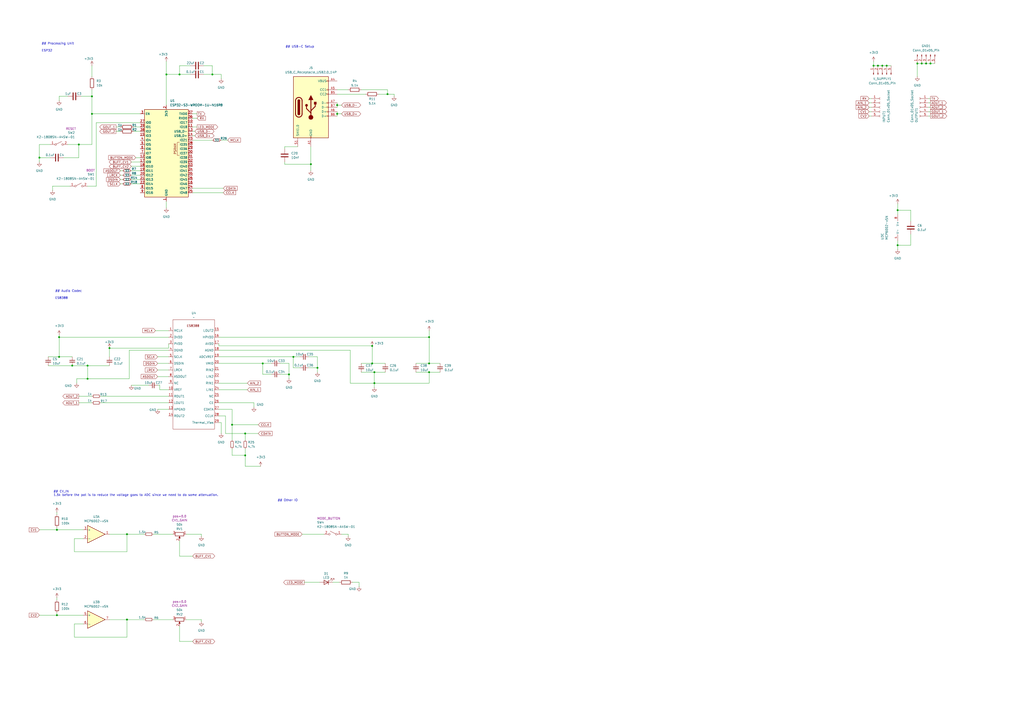
<source format=kicad_sch>
(kicad_sch (version 20250114) (generator "eeschema") (generator_version "9.0")
  (paper "A2")
  (text "## Audio Codec\n\nES8388 " (at 32.004 170.942 0) (effects (font (size 1.27 1.27)) (justify left)))
  (text "## CV_IN\n1.5k before the pot is to reduce the voltage goes to ADC since we need to do some attenuation." (at 30.988 286.258 0) (effects (font (size 1.27 1.27)) (justify left)))
  (text "## Other IO\n" (at 161.036 290.322 0) (effects (font (size 1.27 1.27)) (justify left)))
  (text "## USB-C Setup" (at 165.608 27.178 0) (effects (font (size 1.27 1.27)) (justify left)))
  (text "## Processing Unit\n\nESP32" (at 24.13 27.432 0) (effects (font (size 1.27 1.27)) (justify left)))
  (junction (at 509.27 38.1))
  (junction (at 217.17 222.25))
  (junction (at 104.14 43.18))
  (junction (at 41.91 212.09))
  (junction (at 534.67 36.83))
  (junction (at 123.19 43.18))
  (junction (at 73.66 359.41))
  (junction (at 134.62 246.38))
  (junction (at 506.73 38.1))
  (junction (at 514.35 38.1))
  (junction (at 152.4 210.82))
  (junction (at 34.29 207.01))
  (junction (at 34.29 195.58))
  (junction (at 520.7 121.92))
  (junction (at 53.34 55.88))
  (junction (at 539.75 36.83))
  (junction (at 33.02 356.87))
  (junction (at 63.5 201.93))
  (junction (at 170.18 207.01))
  (junction (at 142.24 251.46))
  (junction (at 53.34 66.04))
  (junction (at 248.92 210.82))
  (junction (at 33.02 307.34))
  (junction (at 215.9 210.82))
  (junction (at 224.79 54.61))
  (junction (at 217.17 215.9))
  (junction (at 537.21 36.83))
  (junction (at 22.86 91.44))
  (junction (at 180.34 95.25))
  (junction (at 50.8 219.71))
  (junction (at 50.8 212.09))
  (junction (at 96.52 43.18))
  (junction (at 248.92 215.9))
  (junction (at 184.15 213.36))
  (junction (at 45.72 83.82))
  (junction (at 142.24 264.16))
  (junction (at 73.66 309.88))
  (junction (at 511.81 38.1))
  (junction (at 167.64 217.17))
  (junction (at 195.58 66.04))
  (junction (at 520.7 142.24))
  (junction (at 248.92 195.58))
  (junction (at 195.58 60.96))
  (junction (at 532.13 36.83))
  (junction (at 215.9 200.66))
  (wire (pts (xy 104.14 38.1) (xy 104.14 43.18)))
  (wire (pts (xy 40.64 107.95) (xy 30.48 107.95)))
  (wire (pts (xy 67.31 76.2) (xy 69.85 76.2)))
  (wire (pts (xy 104.14 363.22) (xy 104.14 372.11)))
  (wire (pts (xy 78.74 91.44) (xy 81.28 91.44)))
  (wire (pts (xy 34.29 207.01) (xy 41.91 207.01)))
  (wire (pts (xy 50.8 212.09) (xy 50.8 219.71)))
  (wire (pts (xy 152.4 217.17) (xy 152.4 210.82)))
  (wire (pts (xy 152.4 210.82) (xy 127 210.82)))
  (wire (pts (xy 76.2 104.14) (xy 81.28 104.14)))
  (wire (pts (xy 111.76 66.04) (xy 114.3 66.04)))
  (wire (pts (xy 45.72 233.68) (xy 53.34 233.68)))
  (wire (pts (xy 22.86 91.44) (xy 22.86 93.98)))
  (wire (pts (xy 34.29 195.58) (xy 34.29 207.01)))
  (wire (pts (xy 142.24 264.16) (xy 142.24 270.51)))
  (wire (pts (xy 184.15 213.36) (xy 184.15 215.9)))
  (wire (pts (xy 67.31 73.66) (xy 69.85 73.66)))
  (wire (pts (xy 55.88 107.95) (xy 50.8 107.95)))
  (wire (pts (xy 114.3 73.66) (xy 111.76 73.66)))
  (wire (pts (xy 73.66 359.41) (xy 83.82 359.41)))
  (wire (pts (xy 123.19 43.18) (xy 128.27 43.18)))
  (wire (pts (xy 107.95 359.41) (xy 116.84 359.41)))
  (wire (pts (xy 130.81 251.46) (xy 142.24 251.46)))
  (wire (pts (xy 76.2 99.06) (xy 81.28 99.06)))
  (wire (pts (xy 528.32 121.92) (xy 520.7 121.92)))
  (wire (pts (xy 142.24 251.46) (xy 149.86 251.46)))
  (wire (pts (xy 96.52 43.18) (xy 96.52 60.96)))
  (wire (pts (xy 53.34 83.82) (xy 45.72 83.82)))
  (wire (pts (xy 528.32 135.89) (xy 528.32 142.24)))
  (wire (pts (xy 127 207.01) (xy 170.18 207.01)))
  (wire (pts (xy 179.07 213.36) (xy 184.15 213.36)))
  (wire (pts (xy 201.93 309.88) (xy 201.93 311.15)))
  (wire (pts (xy 45.72 91.44) (xy 45.72 83.82)))
  (wire (pts (xy 504.19 59.69) (xy 505.46 59.69)))
  (wire (pts (xy 514.35 38.1) (xy 516.89 38.1)))
  (wire (pts (xy 69.85 99.06) (xy 71.12 99.06)))
  (wire (pts (xy 539.75 57.15) (xy 538.48 57.15)))
  (wire (pts (xy 27.94 212.09) (xy 41.91 212.09)))
  (wire (pts (xy 195.58 54.61) (xy 212.09 54.61)))
  (wire (pts (xy 39.37 55.88) (xy 34.29 55.88)))
  (wire (pts (xy 219.71 54.61) (xy 224.79 54.61)))
  (wire (pts (xy 170.18 213.36) (xy 170.18 207.01)))
  (wire (pts (xy 91.44 214.63) (xy 97.79 214.63)))
  (wire (pts (xy 248.92 195.58) (xy 248.92 210.82)))
  (wire (pts (xy 504.19 62.23) (xy 505.46 62.23)))
  (wire (pts (xy 50.8 219.71) (xy 74.93 219.71)))
  (wire (pts (xy 114.3 68.58) (xy 111.76 68.58)))
  (wire (pts (xy 76.2 101.6) (xy 81.28 101.6)))
  (wire (pts (xy 506.73 38.1) (xy 509.27 38.1)))
  (wire (pts (xy 241.3 215.9) (xy 248.92 215.9)))
  (wire (pts (xy 147.32 233.68) (xy 147.32 236.22)))
  (wire (pts (xy 55.88 71.12) (xy 55.88 107.95)))
  (wire (pts (xy 91.44 223.52) (xy 92.71 223.52)))
  (wire (pts (xy 113.03 78.74) (xy 111.76 78.74)))
  (wire (pts (xy 22.86 83.82) (xy 22.86 91.44)))
  (wire (pts (xy 539.75 62.23) (xy 538.48 62.23)))
  (wire (pts (xy 111.76 109.22) (xy 129.54 109.22)))
  (wire (pts (xy 33.02 307.34) (xy 48.26 307.34)))
  (wire (pts (xy 116.84 311.15) (xy 116.84 309.88)))
  (wire (pts (xy 127 233.68) (xy 147.32 233.68)))
  (wire (pts (xy 224.79 54.61) (xy 228.6 54.61)))
  (wire (pts (xy 50.8 212.09) (xy 63.5 212.09)))
  (wire (pts (xy 180.34 85.09) (xy 180.34 95.25)))
  (wire (pts (xy 134.62 264.16) (xy 142.24 264.16)))
  (wire (pts (xy 134.62 237.49) (xy 134.62 246.38)))
  (wire (pts (xy 91.44 218.44) (xy 97.79 218.44)))
  (wire (pts (xy 180.34 95.25) (xy 180.34 99.06)))
  (wire (pts (xy 539.75 36.83) (xy 542.29 36.83)))
  (wire (pts (xy 92.71 223.52) (xy 92.71 226.06)))
  (wire (pts (xy 96.52 120.65) (xy 96.52 116.84)))
  (wire (pts (xy 45.72 229.87) (xy 53.34 229.87)))
  (wire (pts (xy 248.92 215.9) (xy 248.92 222.25)))
  (wire (pts (xy 215.9 200.66) (xy 215.9 210.82)))
  (wire (pts (xy 165.1 93.98) (xy 165.1 95.25)))
  (wire (pts (xy 198.12 309.88) (xy 201.93 309.88)))
  (wire (pts (xy 179.07 207.01) (xy 184.15 207.01)))
  (wire (pts (xy 73.66 309.88) (xy 73.66 320.04)))
  (wire (pts (xy 73.66 359.41) (xy 73.66 369.57)))
  (wire (pts (xy 209.55 210.82) (xy 215.9 210.82)))
  (wire (pts (xy 184.15 207.01) (xy 184.15 213.36)))
  (wire (pts (xy 520.7 118.11) (xy 520.7 121.92)))
  (wire (pts (xy 53.34 55.88) (xy 53.34 66.04)))
  (wire (pts (xy 34.29 195.58) (xy 97.79 195.58)))
  (wire (pts (xy 217.17 215.9) (xy 223.52 215.9)))
  (wire (pts (xy 511.81 38.1) (xy 514.35 38.1)))
  (wire (pts (xy 90.17 191.77) (xy 97.79 191.77)))
  (wire (pts (xy 127 222.25) (xy 143.51 222.25)))
  (wire (pts (xy 176.53 337.82) (xy 185.42 337.82)))
  (wire (pts (xy 43.18 369.57) (xy 43.18 361.95)))
  (wire (pts (xy 504.19 64.77) (xy 505.46 64.77)))
  (wire (pts (xy 532.13 36.83) (xy 534.67 36.83)))
  (wire (pts (xy 27.94 207.01) (xy 34.29 207.01)))
  (wire (pts (xy 228.6 55.88) (xy 228.6 54.61)))
  (wire (pts (xy 520.7 144.78) (xy 520.7 142.24)))
  (wire (pts (xy 504.19 67.31) (xy 505.46 67.31)))
  (wire (pts (xy 204.47 337.82) (xy 208.28 337.82)))
  (wire (pts (xy 195.58 59.69) (xy 195.58 60.96)))
  (wire (pts (xy 532.13 36.83) (xy 532.13 44.45)))
  (wire (pts (xy 104.14 322.58) (xy 111.76 322.58)))
  (wire (pts (xy 53.34 66.04) (xy 81.28 66.04)))
  (wire (pts (xy 506.73 38.1) (xy 506.73 35.56)))
  (wire (pts (xy 34.29 55.88) (xy 34.29 58.42)))
  (wire (pts (xy 504.19 57.15) (xy 505.46 57.15)))
  (wire (pts (xy 157.48 210.82) (xy 152.4 210.82)))
  (wire (pts (xy 118.11 38.1) (xy 123.19 38.1)))
  (wire (pts (xy 104.14 372.11) (xy 111.76 372.11)))
  (wire (pts (xy 130.81 241.3) (xy 127 241.3)))
  (wire (pts (xy 127 195.58) (xy 248.92 195.58)))
  (wire (pts (xy 528.32 128.27) (xy 528.32 121.92)))
  (wire (pts (xy 96.52 35.56) (xy 96.52 43.18)))
  (wire (pts (xy 241.3 210.82) (xy 248.92 210.82)))
  (wire (pts (xy 539.75 59.69) (xy 538.48 59.69)))
  (wire (pts (xy 172.72 85.09) (xy 165.1 85.09)))
  (wire (pts (xy 167.64 210.82) (xy 167.64 217.17)))
  (wire (pts (xy 128.27 245.11) (xy 128.27 251.46)))
  (wire (pts (xy 127 237.49) (xy 134.62 237.49)))
  (wire (pts (xy 63.5 201.93) (xy 97.79 201.93)))
  (wire (pts (xy 33.02 356.87) (xy 48.26 356.87)))
  (wire (pts (xy 36.83 91.44) (xy 45.72 91.44)))
  (wire (pts (xy 123.19 38.1) (xy 123.19 43.18)))
  (wire (pts (xy 55.88 71.12) (xy 81.28 71.12)))
  (wire (pts (xy 43.18 312.42) (xy 48.26 312.42)))
  (wire (pts (xy 217.17 224.79) (xy 217.17 222.25)))
  (wire (pts (xy 208.28 337.82) (xy 208.28 340.36)))
  (wire (pts (xy 33.02 306.07) (xy 33.02 307.34)))
  (wire (pts (xy 127 203.2) (xy 203.2 203.2)))
  (wire (pts (xy 96.52 43.18) (xy 104.14 43.18)))
  (wire (pts (xy 130.81 251.46) (xy 130.81 241.3)))
  (wire (pts (xy 537.21 36.83) (xy 539.75 36.83)))
  (wire (pts (xy 33.02 355.6) (xy 33.02 356.87)))
  (wire (pts (xy 170.18 207.01) (xy 173.99 207.01)))
  (wire (pts (xy 88.9 309.88) (xy 100.33 309.88)))
  (wire (pts (xy 127 245.11) (xy 128.27 245.11)))
  (wire (pts (xy 43.18 320.04) (xy 43.18 312.42)))
  (wire (pts (xy 134.62 246.38) (xy 134.62 255.27)))
  (wire (pts (xy 76.2 96.52) (xy 81.28 96.52)))
  (wire (pts (xy 248.92 191.77) (xy 248.92 195.58)))
  (wire (pts (xy 157.48 217.17) (xy 152.4 217.17)))
  (wire (pts (xy 127 200.66) (xy 215.9 200.66)))
  (wire (pts (xy 132.08 81.28) (xy 128.27 81.28)))
  (wire (pts (xy 248.92 210.82) (xy 255.27 210.82)))
  (wire (pts (xy 88.9 359.41) (xy 100.33 359.41)))
  (wire (pts (xy 162.56 217.17) (xy 167.64 217.17)))
  (wire (pts (xy 73.66 369.57) (xy 43.18 369.57)))
  (wire (pts (xy 217.17 215.9) (xy 217.17 222.25)))
  (wire (pts (xy 203.2 203.2) (xy 203.2 222.25)))
  (wire (pts (xy 53.34 66.04) (xy 53.34 83.82)))
  (wire (pts (xy 248.92 215.9) (xy 255.27 215.9)))
  (wire (pts (xy 53.34 52.07) (xy 53.34 55.88)))
  (wire (pts (xy 63.5 309.88) (xy 73.66 309.88)))
  (wire (pts (xy 73.66 320.04) (xy 43.18 320.04)))
  (wire (pts (xy 74.93 203.2) (xy 97.79 203.2)))
  (wire (pts (xy 53.34 38.1) (xy 53.34 44.45)))
  (wire (pts (xy 162.56 210.82) (xy 167.64 210.82)))
  (wire (pts (xy 77.47 76.2) (xy 81.28 76.2)))
  (wire (pts (xy 127 200.66) (xy 127 199.39)))
  (wire (pts (xy 209.55 52.07) (xy 224.79 52.07)))
  (wire (pts (xy 113.03 76.2) (xy 111.76 76.2)))
  (wire (pts (xy 44.45 219.71) (xy 50.8 219.71)))
  (wire (pts (xy 195.58 64.77) (xy 195.58 66.04)))
  (wire (pts (xy 539.75 67.31) (xy 538.48 67.31)))
  (wire (pts (xy 91.44 210.82) (xy 97.79 210.82)))
  (wire (pts (xy 165.1 95.25) (xy 180.34 95.25)))
  (wire (pts (xy 142.24 255.27) (xy 142.24 251.46)))
  (wire (pts (xy 142.24 270.51) (xy 151.13 270.51)))
  (wire (pts (xy 123.19 81.28) (xy 111.76 81.28)))
  (wire (pts (xy 34.29 194.31) (xy 34.29 195.58)))
  (wire (pts (xy 128.27 43.18) (xy 128.27 45.72)))
  (wire (pts (xy 92.71 226.06) (xy 97.79 226.06)))
  (wire (pts (xy 77.47 73.66) (xy 81.28 73.66)))
  (wire (pts (xy 97.79 201.93) (xy 97.79 199.39)))
  (wire (pts (xy 129.54 111.76) (xy 111.76 111.76)))
  (wire (pts (xy 33.02 346.71) (xy 33.02 347.98)))
  (wire (pts (xy 528.32 142.24) (xy 520.7 142.24)))
  (wire (pts (xy 43.18 361.95) (xy 48.26 361.95)))
  (wire (pts (xy 91.44 237.49) (xy 97.79 237.49)))
  (wire (pts (xy 165.1 85.09) (xy 165.1 86.36)))
  (wire (pts (xy 509.27 38.1) (xy 511.81 38.1)))
  (wire (pts (xy 63.5 359.41) (xy 73.66 359.41)))
  (wire (pts (xy 224.79 52.07) (xy 224.79 54.61)))
  (wire (pts (xy 22.86 91.44) (xy 29.21 91.44)))
  (wire (pts (xy 195.58 66.04) (xy 195.58 67.31)))
  (wire (pts (xy 63.5 201.93) (xy 63.5 207.01)))
  (wire (pts (xy 520.7 121.92) (xy 520.7 124.46)))
  (wire (pts (xy 215.9 210.82) (xy 223.52 210.82)))
  (wire (pts (xy 73.66 309.88) (xy 83.82 309.88)))
  (wire (pts (xy 69.85 101.6) (xy 71.12 101.6)))
  (wire (pts (xy 69.85 104.14) (xy 71.12 104.14)))
  (wire (pts (xy 198.12 60.96) (xy 195.58 60.96)))
  (wire (pts (xy 107.95 309.88) (xy 116.84 309.88)))
  (wire (pts (xy 118.11 43.18) (xy 123.19 43.18)))
  (wire (pts (xy 58.42 229.87) (xy 97.79 229.87)))
  (wire (pts (xy 76.2 106.68) (xy 81.28 106.68)))
  (wire (pts (xy 76.2 93.98) (xy 81.28 93.98)))
  (wire (pts (xy 142.24 260.35) (xy 142.24 264.16)))
  (wire (pts (xy 22.86 356.87) (xy 33.02 356.87)))
  (wire (pts (xy 209.55 215.9) (xy 217.17 215.9)))
  (wire (pts (xy 198.12 66.04) (xy 195.58 66.04)))
  (wire (pts (xy 248.92 222.25) (xy 217.17 222.25)))
  (wire (pts (xy 58.42 233.68) (xy 97.79 233.68)))
  (wire (pts (xy 29.21 83.82) (xy 22.86 83.82)))
  (wire (pts (xy 76.2 223.52) (xy 86.36 223.52)))
  (wire (pts (xy 30.48 107.95) (xy 30.48 110.49)))
  (wire (pts (xy 134.62 246.38) (xy 149.86 246.38)))
  (wire (pts (xy 167.64 217.17) (xy 167.64 219.71)))
  (wire (pts (xy 127 226.06) (xy 143.51 226.06)))
  (wire (pts (xy 134.62 260.35) (xy 134.62 264.16)))
  (wire (pts (xy 91.44 207.01) (xy 97.79 207.01)))
  (wire (pts (xy 41.91 212.09) (xy 50.8 212.09)))
  (wire (pts (xy 195.58 52.07) (xy 201.93 52.07)))
  (wire (pts (xy 104.14 313.69) (xy 104.14 322.58)))
  (wire (pts (xy 196.85 337.82) (xy 193.04 337.82)))
  (wire (pts (xy 173.99 213.36) (xy 170.18 213.36)))
  (wire (pts (xy 104.14 43.18) (xy 110.49 43.18)))
  (wire (pts (xy 195.58 60.96) (xy 195.58 62.23)))
  (wire (pts (xy 539.75 64.77) (xy 538.48 64.77)))
  (wire (pts (xy 33.02 297.18) (xy 33.02 298.45)))
  (wire (pts (xy 203.2 222.25) (xy 217.17 222.25)))
  (wire (pts (xy 175.26 309.88) (xy 187.96 309.88)))
  (wire (pts (xy 45.72 83.82) (xy 39.37 83.82)))
  (wire (pts (xy 110.49 38.1) (xy 104.14 38.1)))
  (wire (pts (xy 22.86 307.34) (xy 33.02 307.34)))
  (wire (pts (xy 44.45 222.25) (xy 44.45 219.71)))
  (wire (pts (xy 69.85 106.68) (xy 71.12 106.68)))
  (wire (pts (xy 74.93 219.71) (xy 74.93 203.2)))
  (wire (pts (xy 46.99 55.88) (xy 53.34 55.88)))
  (wire (pts (xy 534.67 36.83) (xy 537.21 36.83)))
  (wire (pts (xy 520.7 142.24) (xy 520.7 139.7)))
  (wire (pts (xy 116.84 360.68) (xy 116.84 359.41)))
  (global_label "USB_D+" (shape bidirectional) (at 198.12 66.04 0) (property "Intersheetrefs" "${INTERSHEET_REFS}" (effects (hide yes))))
  (global_label "SCLK" (shape input) (at 69.85 106.68 180) (property "Intersheetrefs" "${INTERSHEET_REFS}" (effects (hide yes))))
  (global_label "LRCK" (shape input) (at 69.85 101.6 180) (property "Intersheetrefs" "${INTERSHEET_REFS}" (effects (hide yes))))
  (global_label "AOUT_1" (shape output) (at 45.72 233.68 180) (property "Intersheetrefs" "${INTERSHEET_REFS}" (effects (hide yes))))
  (global_label "USB_D-" (shape bidirectional) (at 198.12 60.96 0) (property "Intersheetrefs" "${INTERSHEET_REFS}" (effects (hide yes))))
  (global_label "GOUT_2" (shape output) (at 67.31 76.2 180) (property "Intersheetrefs" "${INTERSHEET_REFS}" (effects (hide yes))))
  (global_label "CV2" (shape input) (at 504.19 67.31 180) (property "Intersheetrefs" "${INTERSHEET_REFS}" (effects (hide yes))))
  (global_label "LRCK" (shape input) (at 91.44 214.63 180) (property "Intersheetrefs" "${INTERSHEET_REFS}" (effects (hide yes))))
  (global_label "DSDIN" (shape input) (at 69.85 104.14 180) (property "Intersheetrefs" "${INTERSHEET_REFS}" (effects (hide yes))))
  (global_label "LED_MODE" (shape output) (at 176.53 337.82 180) (property "Intersheetrefs" "${INTERSHEET_REFS}" (effects (hide yes))))
  (global_label "SCLK" (shape input) (at 91.44 207.01 180) (property "Intersheetrefs" "${INTERSHEET_REFS}" (effects (hide yes))))
  (global_label "BUFF_CV2" (shape bidirectional) (at 111.76 372.11 0) (property "Intersheetrefs" "${INTERSHEET_REFS}" (effects (hide yes))))
  (global_label "TX" (shape output) (at 114.3 66.04 0) (property "Intersheetrefs" "${INTERSHEET_REFS}" (effects (hide yes))))
  (global_label "TX" (shape output) (at 539.75 57.15 0) (property "Intersheetrefs" "${INTERSHEET_REFS}" (effects (hide yes))))
  (global_label "CV2" (shape input) (at 22.86 356.87 180) (property "Intersheetrefs" "${INTERSHEET_REFS}" (effects (hide yes))))
  (global_label "CDATA" (shape input) (at 129.54 109.22 0) (property "Intersheetrefs" "${INTERSHEET_REFS}" (effects (hide yes))))
  (global_label "AOUT_1" (shape output) (at 539.75 59.69 0) (property "Intersheetrefs" "${INTERSHEET_REFS}" (effects (hide yes))))
  (global_label "ASDOUT" (shape input) (at 69.85 99.06 180) (property "Intersheetrefs" "${INTERSHEET_REFS}" (effects (hide yes))))
  (global_label "USB_D-" (shape bidirectional) (at 113.03 76.2 0) (property "Intersheetrefs" "${INTERSHEET_REFS}" (effects (hide yes))))
  (global_label "ASDOUT" (shape input) (at 91.44 218.44 180) (property "Intersheetrefs" "${INTERSHEET_REFS}" (effects (hide yes))))
  (global_label "AOUT_2" (shape output) (at 539.75 62.23 0) (property "Intersheetrefs" "${INTERSHEET_REFS}" (effects (hide yes))))
  (global_label "AOUT_2" (shape output) (at 45.72 229.87 180) (property "Intersheetrefs" "${INTERSHEET_REFS}" (effects (hide yes))))
  (global_label "CCLK" (shape input) (at 149.86 246.38 0) (property "Intersheetrefs" "${INTERSHEET_REFS}" (effects (hide yes))))
  (global_label "CV1" (shape input) (at 504.19 64.77 180) (property "Intersheetrefs" "${INTERSHEET_REFS}" (effects (hide yes))))
  (global_label "AIN_1" (shape input) (at 504.19 59.69 180) (property "Intersheetrefs" "${INTERSHEET_REFS}" (effects (hide yes))))
  (global_label "AIN_2" (shape input) (at 504.19 62.23 180) (property "Intersheetrefs" "${INTERSHEET_REFS}" (effects (hide yes))))
  (global_label "BUTTON_MODE" (shape input) (at 78.74 91.44 180) (property "Intersheetrefs" "${INTERSHEET_REFS}" (effects (hide yes))))
  (global_label "BUFF_CV1" (shape bidirectional) (at 76.2 93.98 180) (property "Intersheetrefs" "${INTERSHEET_REFS}" (effects (hide yes))))
  (global_label "CCLK" (shape input) (at 129.54 111.76 0) (property "Intersheetrefs" "${INTERSHEET_REFS}" (effects (hide yes))))
  (global_label "MCLK" (shape input) (at 90.17 191.77 180) (property "Intersheetrefs" "${INTERSHEET_REFS}" (effects (hide yes))))
  (global_label "GOUT_2" (shape output) (at 539.75 67.31 0) (property "Intersheetrefs" "${INTERSHEET_REFS}" (effects (hide yes))))
  (global_label "RX" (shape input) (at 504.19 57.15 180) (property "Intersheetrefs" "${INTERSHEET_REFS}" (effects (hide yes))))
  (global_label "USB_D+" (shape bidirectional) (at 113.03 78.74 0) (property "Intersheetrefs" "${INTERSHEET_REFS}" (effects (hide yes))))
  (global_label "RX" (shape input) (at 114.3 68.58 0) (property "Intersheetrefs" "${INTERSHEET_REFS}" (effects (hide yes))))
  (global_label "DSDIN" (shape input) (at 91.44 210.82 180) (property "Intersheetrefs" "${INTERSHEET_REFS}" (effects (hide yes))))
  (global_label "CDATA" (shape input) (at 149.86 251.46 0) (property "Intersheetrefs" "${INTERSHEET_REFS}" (effects (hide yes))))
  (global_label "GOUT_1" (shape output) (at 67.31 73.66 180) (property "Intersheetrefs" "${INTERSHEET_REFS}" (effects (hide yes))))
  (global_label "BUTTON_MODE" (shape input) (at 175.26 309.88 180) (property "Intersheetrefs" "${INTERSHEET_REFS}" (effects (hide yes))))
  (global_label "AIN_1" (shape input) (at 143.51 226.06 0) (property "Intersheetrefs" "${INTERSHEET_REFS}" (effects (hide yes))))
  (global_label "AIN_2" (shape input) (at 143.51 222.25 0) (property "Intersheetrefs" "${INTERSHEET_REFS}" (effects (hide yes))))
  (global_label "BUFF_CV2" (shape bidirectional) (at 76.2 96.52 180) (property "Intersheetrefs" "${INTERSHEET_REFS}" (effects (hide yes))))
  (global_label "MCLK" (shape input) (at 132.08 81.28 0) (property "Intersheetrefs" "${INTERSHEET_REFS}" (effects (hide yes))))
  (global_label "LED_MODE" (shape output) (at 114.3 73.66 0) (property "Intersheetrefs" "${INTERSHEET_REFS}" (effects (hide yes))))
  (global_label "GOUT_1" (shape output) (at 539.75 64.77 0) (property "Intersheetrefs" "${INTERSHEET_REFS}" (effects (hide yes))))
  (global_label "BUFF_CV1" (shape bidirectional) (at 111.76 322.58 0) (property "Intersheetrefs" "${INTERSHEET_REFS}" (effects (hide yes))))
  (global_label "CV1" (shape input) (at 22.86 307.34 180) (property "Intersheetrefs" "${INTERSHEET_REFS}" (effects (hide yes))))
  (symbol (lib_id "power:+5V") (at 33.02 346.71 0) (unit 1)
    (property "Reference" "#PWR02" (effects (hide yes)))
    (property "Value" "+3V3" (at 33.02 341.63 0))
    (property "Description" "Power symbol creates a global label with name \"+5V\"" (effects (hide yes)))
  )
  (symbol (lib_id "Device:R") (at 200.66 337.82 270) (unit 1)
    (property "Reference" "R9" (at 200.66 332.5622 90))
    (property "Value" "1k" (at 200.66 334.8736 90))
    (property "Footprint" "Resistor_SMD:R_0402_1005Metric" (effects (hide yes)))
  )
  (symbol (lib_id "Device:R_Small") (at 55.88 229.87 90) (unit 1)
    (property "Reference" "R13" (at 59.944 228.854 90))
    (property "Value" "1k" (at 52.07 228.6 90))
    (property "Footprint" "Resistor_SMD:R_0402_1005Metric" (effects (hide yes)))
    (property "Description" "Resistor, small symbol" (effects (hide yes)))
  )
  (symbol (lib_id "Device:R_Potentiometer") (at 104.14 359.41 270) (unit 1)
    (property "Reference" "RV2" (at 104.14 356.362 90))
    (property "Value" "50k" (at 104.14 353.822 90))
    (property "Footprint" "BreadModular_Pots:Potentiometer_RV09" (effects (hide yes)))
    (property "Description" "Potentiometer" (effects (hide yes)))
    (property "Sim.Device" "R" (effects (hide yes)))
    (property "Sim.Type" "POT" (effects (hide yes)))
    (property "Sim.Pins" "1=r0 2=wiper 3=r1" (effects (hide yes)))
    (property "Sim.Params" "pos=0.0" (at 104.14 348.996 90))
    (property "Comment" "CV2_GAIN" (at 104.14 351.282 90))
  )
  (symbol (lib_id "Device:C_Small") (at 209.55 213.36 0) (unit 1)
    (property "Reference" "C37" (at 212.09 212.0962 0) (effects (justify left)))
    (property "Value" "10uf" (at 212.09 214.6362 0) (effects (justify left)))
    (property "Footprint" "Capacitor_SMD:C_0402_1005Metric" (effects (hide yes)))
    (property "Description" "Unpolarized capacitor, small symbol" (effects (hide yes)))
  )
  (symbol (lib_id "Device:R") (at 73.66 73.66 90) (unit 1)
    (property "Reference" "R1" (at 77.978 72.644 90))
    (property "Value" "1k" (at 69.596 72.644 90))
    (property "Footprint" "Resistor_SMD:R_0402_1005Metric" (effects (hide yes)))
    (property "Description" "Resistor" (effects (hide yes)))
  )
  (symbol (lib_id "Device:R_Small") (at 73.66 101.6 90) (unit 1)
    (property "Reference" "R8" (at 77.724 100.584 90))
    (property "Value" "33" (at 73.66 101.6 90))
    (property "Footprint" "Resistor_SMD:R_0402_1005Metric" (effects (hide yes)))
    (property "Description" "Resistor, small symbol" (effects (hide yes)))
  )
  (symbol (lib_id "Connector:Conn_01x05_Pin") (at 511.81 43.18 90) (unit 1) (exclude_from_sim yes)
    (property "Reference" "V_SUPPLY1" (at 511.81 45.72 90))
    (property "Value" "Conn_01x05_Pin" (at 511.81 48.26 90))
    (property "Footprint" "BreadModular_MISC:Power_Connector" (effects (hide yes)))
    (property "Description" "Generic connector, single row, 01x05, script generated" (effects (hide yes)))
  )
  (symbol (lib_id "power:GND") (at 91.44 237.49 0) (unit 1)
    (property "Reference" "#PWR049" (effects (hide yes)))
    (property "Value" "GND" (at 88.646 237.744 0))
    (property "Description" "Power symbol creates a global label with name \"GND\" , ground" (effects (hide yes)))
  )
  (symbol (lib_id "Switch:SW_SPST") (at 193.04 309.88 0) (mirror y) (unit 1)
    (property "Reference" "SW4" (at 183.896 303.022 0) (effects (justify right)))
    (property "Value" "K2-1808SN-A4SW-01" (at 183.896 305.562 0) (effects (justify right)))
    (property "Footprint" "BreadModular_MISC:K2-1808SN-A4SW-01" (effects (hide yes)))
    (property "Description" "Single Pole Single Throw (SPST) switch" (effects (hide yes)))
    (property "Comment" "MODE_BUTTON" (at 190.754 300.736 0))
  )
  (symbol (lib_id "power:GND") (at 128.27 251.46 0) (unit 1)
    (property "Reference" "#PWR038" (effects (hide yes)))
    (property "Value" "GND" (at 128.27 256.54 0))
    (property "Description" "Power symbol creates a global label with name \"GND\" , ground" (effects (hide yes)))
  )
  (symbol (lib_id "power:+5V") (at 53.34 38.1 0) (unit 1)
    (property "Reference" "#PWR011" (effects (hide yes)))
    (property "Value" "+3V3" (at 48.768 34.036 0) (effects (justify left)))
    (property "Description" "Power symbol creates a global label with name \"+5V\"" (effects (hide yes)))
  )
  (symbol (lib_id "Device:R") (at 205.74 52.07 90) (unit 1)
    (property "Reference" "R4" (at 205.74 46.99 90))
    (property "Value" "5.1k" (at 205.74 49.53 90))
    (property "Footprint" "Resistor_SMD:R_0603_1608Metric" (effects (hide yes)))
    (property "Description" "Resistor" (effects (hide yes)))
  )
  (symbol (lib_id "Device:R") (at 33.02 302.26 0) (unit 1)
    (property "Reference" "R10" (at 35.56 300.9899 0) (effects (justify left)))
    (property "Value" "100k" (at 35.56 303.5299 0) (effects (justify left)))
    (property "Footprint" "Resistor_SMD:R_0402_1005Metric" (effects (hide yes)))
    (property "Description" "Resistor" (effects (hide yes)))
  )
  (symbol (lib_id "Device:R_Small") (at 142.24 257.81 0) (unit 1)
    (property "Reference" "R25" (at 143.764 256.54 0) (effects (justify left)))
    (property "Value" "4.7k" (at 143.764 259.08 0) (effects (justify left)))
    (property "Footprint" "Resistor_SMD:R_0402_1005Metric" (effects (hide yes)))
    (property "Description" "Resistor, small symbol" (effects (hide yes)))
  )
  (symbol (lib_id "Switch:SW_SPST") (at 34.29 83.82 0) (unit 1)
    (property "Reference" "SW2" (at 43.434 76.962 0) (effects (justify right)))
    (property "Value" "K2-1808SN-A4SW-01" (at 43.434 79.502 0) (effects (justify right)))
    (property "Footprint" "BreadModular_MISC:K2-1808SN-A4SW-01" (effects (hide yes)))
    (property "Description" "Single Pole Single Throw (SPST) switch" (effects (hide yes)))
    (property "Comment" "RESET" (at 41.148 74.676 0))
  )
  (symbol (lib_id "Device:R_Potentiometer") (at 104.14 309.88 270) (unit 1)
    (property "Reference" "RV1" (at 104.14 306.832 90))
    (property "Value" "50k" (at 104.14 304.292 90))
    (property "Footprint" "BreadModular_Pots:Potentiometer_RV09" (effects (hide yes)))
    (property "Description" "Potentiometer" (effects (hide yes)))
    (property "Sim.Device" "R" (effects (hide yes)))
    (property "Sim.Type" "POT" (effects (hide yes)))
    (property "Sim.Pins" "1=r0 2=wiper 3=r1" (effects (hide yes)))
    (property "Sim.Params" "pos=0.0" (at 104.14 299.466 90))
    (property "Comment" "CV1_GAIN" (at 104.14 301.752 90))
  )
  (symbol (lib_id "power:+5V") (at 506.73 35.56 0) (unit 1)
    (property "Reference" "#PWR01" (effects (hide yes)))
    (property "Value" "+3V3" (at 506.73 30.48 0))
    (property "Description" "Power symbol creates a global label with name \"+5V\"" (effects (hide yes)))
  )
  (symbol (lib_id "power:GND") (at 532.13 44.45 0) (unit 1)
    (property "Reference" "#PWR05" (effects (hide yes)))
    (property "Value" "GND" (at 532.13 49.53 0))
    (property "Description" "Power symbol creates a global label with name \"GND\" , ground" (effects (hide yes)))
  )
  (symbol (lib_id "power:GND") (at 184.15 215.9 0) (unit 1)
    (property "Reference" "#PWR042" (effects (hide yes)))
    (property "Value" "GND" (at 184.15 220.98 0))
    (property "Description" "Power symbol creates a global label with name \"GND\" , ground" (effects (hide yes)))
  )
  (symbol (lib_id "Device:C") (at 114.3 38.1 90) (unit 1)
    (property "Reference" "C2" (at 117.094 36.576 90))
    (property "Value" "22uf" (at 110.49 36.576 90))
    (property "Footprint" "Capacitor_SMD:C_0603_1608Metric" (effects (hide yes)))
    (property "Description" "Unpolarized capacitor" (effects (hide yes)))
  )
  (symbol (lib_id "Device:R_Small") (at 134.62 257.81 0) (unit 1)
    (property "Reference" "R24" (at 136.144 256.54 0) (effects (justify left)))
    (property "Value" "4.7k" (at 136.144 259.08 0) (effects (justify left)))
    (property "Footprint" "Resistor_SMD:R_0402_1005Metric" (effects (hide yes)))
    (property "Description" "Resistor, small symbol" (effects (hide yes)))
  )
  (symbol (lib_id "Device:C") (at 528.32 132.08 0) (unit 1)
    (property "Reference" "C6" (at 532.13 130.8099 0) (effects (justify left)))
    (property "Value" "0.1uf" (at 532.13 133.3499 0) (effects (justify left)))
    (property "Footprint" "Capacitor_SMD:C_0402_1005Metric" (effects (hide yes)))
    (property "Description" "Unpolarized capacitor" (effects (hide yes)))
  )
  (symbol (lib_id "power:GND") (at 30.48 110.49 0) (unit 1)
    (property "Reference" "#PWR014" (effects (hide yes)))
    (property "Value" "GND" (at 30.48 115.57 0))
    (property "Description" "Power symbol creates a global label with name \"GND\" , ground" (effects (hide yes)))
  )
  (symbol (lib_id "Device:R_Small") (at 73.66 99.06 90) (unit 1)
    (property "Reference" "R7" (at 77.724 98.044 90))
    (property "Value" "33" (at 73.66 99.06 90))
    (property "Footprint" "Resistor_SMD:R_0402_1005Metric" (effects (hide yes)))
    (property "Description" "Resistor, small symbol" (effects (hide yes)))
  )
  (symbol (lib_id "Device:C") (at 114.3 43.18 90) (unit 1)
    (property "Reference" "C1" (at 117.094 41.656 90))
    (property "Value" "0.1uf" (at 110.49 41.656 90))
    (property "Footprint" "Capacitor_SMD:C_0402_1005Metric" (effects (hide yes)))
    (property "Description" "Unpolarized capacitor" (effects (hide yes)))
  )
  (symbol (lib_id "Device:R") (at 33.02 351.79 0) (unit 1)
    (property "Reference" "R12" (at 35.56 350.5199 0) (effects (justify left)))
    (property "Value" "100k" (at 35.56 353.0599 0) (effects (justify left)))
    (property "Footprint" "Resistor_SMD:R_0402_1005Metric" (effects (hide yes)))
    (property "Description" "Resistor" (effects (hide yes)))
  )
  (symbol (lib_id "Switch:SW_SPST") (at 45.72 107.95 0) (unit 1)
    (property "Reference" "SW1" (at 54.864 101.092 0) (effects (justify right)))
    (property "Value" "K2-1808SN-A4SW-01" (at 54.864 103.632 0) (effects (justify right)))
    (property "Footprint" "BreadModular_MISC:K2-1808SN-A4SW-01" (effects (hide yes)))
    (property "Description" "Single Pole Single Throw (SPST) switch" (effects (hide yes)))
    (property "Comment" "BOOT" (at 52.578 98.806 0))
  )
  (symbol (lib_id "RF_Module:ESP32-S3-WROOM-1") (at 96.52 88.9 0) (unit 1)
    (property "Reference" "U1" (at 98.6633 58.42 0) (effects (justify left)))
    (property "Value" "ESP32-S3-WROOM-1U-N16R8" (at 98.6633 60.96 0) (effects (justify left)))
    (property "Footprint" "RF_Module:ESP32-S3-WROOM-1U" (effects (hide yes)))
    (property "Datasheet" "https://www.espressif.com/sites/default/files/documentation/esp32-s3-wroom-1_wroom-1u_datasheet_en.pdf" (effects (hide yes)))
    (property "Description" "RF Module, ESP32-S3 SoC, Wi-Fi 802.11b/g/n, Bluetooth, BLE, 32-bit, 3.3V, onboard antenna, SMD" (effects (hide yes)))
  )
  (symbol (lib_id "power:+5V") (at 520.7 118.11 0) (unit 1)
    (property "Reference" "#PWR024" (effects (hide yes)))
    (property "Value" "+3V3" (at 515.62 113.538 0) (effects (justify left)))
    (property "Description" "Power symbol creates a global label with name \"+5V\"" (effects (hide yes)))
  )
  (symbol (lib_id "power:GND") (at 44.45 222.25 0) (unit 1)
    (property "Reference" "#PWR036" (effects (hide yes)))
    (property "Value" "GND" (at 39.624 223.774 0))
    (property "Description" "Power symbol creates a global label with name \"GND\" , ground" (effects (hide yes)))
  )
  (symbol (lib_id "power:GND") (at 34.29 58.42 0) (unit 1)
    (property "Reference" "#PWR012" (effects (hide yes)))
    (property "Value" "GND" (at 34.29 63.5 0))
    (property "Description" "Power symbol creates a global label with name \"GND\" , ground" (effects (hide yes)))
  )
  (symbol (lib_id "power:+5V") (at 63.5 201.93 0) (unit 1)
    (property "Reference" "#PWR045" (effects (hide yes)))
    (property "Value" "+3V3" (at 60.706 198.374 0) (effects (justify left)))
    (property "Description" "Power symbol creates a global label with name \"+5V\"" (effects (hide yes)))
  )
  (symbol (lib_id "Amplifier_Operational:MCP6002-xSN") (at 55.88 309.88 0) (unit 1)
    (property "Reference" "U3" (at 55.88 299.72 0))
    (property "Value" "MCP6002-xSN" (at 55.88 302.26 0))
    (property "Footprint" "Package_SO:SOIC-8-1EP_3.9x4.9mm_P1.27mm_EP2.29x3mm" (effects (hide yes)))
    (property "Datasheet" "http://ww1.microchip.com/downloads/en/DeviceDoc/21733j.pdf" (effects (hide yes)))
    (property "Description" "1MHz, Low-Power Op Amp, SOIC-8" (effects (hide yes)))
    (property "Sim.Library" "${KICAD8_SYMBOL_DIR}/Simulation_SPICE.sp" (effects (hide yes)))
    (property "Sim.Name" "kicad_builtin_opamp_dual" (effects (hide yes)))
    (property "Sim.Device" "SUBCKT" (effects (hide yes)))
    (property "Sim.Pins" "1=out1 2=in1- 3=in1+ 4=vee 5=in2+ 6=in2- 7=out2 8=vcc" (effects (hide yes)))
  )
  (symbol (lib_id "Device:C") (at 43.18 55.88 90) (unit 1)
    (property "Reference" "C3" (at 45.974 54.356 90))
    (property "Value" "1uf" (at 39.37 54.356 90))
    (property "Footprint" "Capacitor_SMD:C_0402_1005Metric" (effects (hide yes)))
    (property "Description" "Unpolarized capacitor" (effects (hide yes)))
  )
  (symbol (lib_id "Device:R") (at 53.34 48.26 0) (unit 1)
    (property "Reference" "R3" (at 55.88 46.9899 0) (effects (justify left)))
    (property "Value" "10k" (at 55.88 49.5299 0) (effects (justify left)))
    (property "Footprint" "Resistor_SMD:R_0402_1005Metric" (effects (hide yes)))
    (property "Description" "Resistor" (effects (hide yes)))
  )
  (symbol (lib_id "Device:R_Small") (at 86.36 309.88 90) (unit 1)
    (property "Reference" "R5" (at 90.678 308.864 90))
    (property "Value" "1.5k" (at 82.55 308.61 90))
    (property "Footprint" "Resistor_SMD:R_0402_1005Metric" (effects (hide yes)))
    (property "Description" "Resistor, small symbol" (effects (hide yes)))
  )
  (symbol (lib_id "Device:R_Small") (at 73.66 106.68 90) (unit 1)
    (property "Reference" "R18" (at 77.724 105.664 90))
    (property "Value" "33" (at 73.66 106.68 90))
    (property "Footprint" "Resistor_SMD:R_0402_1005Metric" (effects (hide yes)))
    (property "Description" "Resistor, small symbol" (effects (hide yes)))
  )
  (symbol (lib_id "Device:R_Small") (at 86.36 359.41 90) (unit 1)
    (property "Reference" "R6" (at 90.678 358.394 90))
    (property "Value" "1.5k" (at 82.55 358.14 90))
    (property "Footprint" "Resistor_SMD:R_0402_1005Metric" (effects (hide yes)))
    (property "Description" "Resistor, small symbol" (effects (hide yes)))
  )
  (symbol (lib_id "power:+5V") (at 248.92 191.77 0) (unit 1)
    (property "Reference" "#PWR047" (effects (hide yes)))
    (property "Value" "+3V3" (at 246.38 186.436 0) (effects (justify left)))
    (property "Description" "Power symbol creates a global label with name \"+5V\"" (effects (hide yes)))
  )
  (symbol (lib_id "power:+5V") (at 151.13 270.51 0) (unit 1)
    (property "Reference" "#PWR046" (effects (hide yes)))
    (property "Value" "+3V3" (at 148.59 265.176 0) (effects (justify left)))
    (property "Description" "Power symbol creates a global label with name \"+5V\"" (effects (hide yes)))
  )
  (symbol (lib_id "Device:C_Small") (at 160.02 210.82 90) (unit 1)
    (property "Reference" "C33" (at 163.322 209.296 90))
    (property "Value" "10uf" (at 157.226 209.296 90))
    (property "Footprint" "Capacitor_SMD:C_0402_1005Metric" (effects (hide yes)))
    (property "Description" "Unpolarized capacitor, small symbol" (effects (hide yes)))
  )
  (symbol (lib_id "power:GND") (at 180.34 99.06 0) (unit 1)
    (property "Reference" "#PWR032" (effects (hide yes)))
    (property "Value" "GND" (at 180.34 104.14 0))
    (property "Description" "Power symbol creates a global label with name \"GND\" , ground" (effects (hide yes)))
  )
  (symbol (lib_id "power:GND") (at 217.17 224.79 0) (unit 1)
    (property "Reference" "#PWR043" (effects (hide yes)))
    (property "Value" "GND" (at 217.17 229.87 0))
    (property "Description" "Power symbol creates a global label with name \"GND\" , ground" (effects (hide yes)))
  )
  (symbol (lib_id "Connector:USB_C_Receptacle_USB2.0_14P") (at 180.34 62.23 0) (unit 1)
    (property "Reference" "J5" (at 180.34 39.37 0))
    (property "Value" "USB_C_Receptacle_USB2.0_14P" (at 180.34 41.91 0))
    (property "Footprint" "BreadModular_TypeC:HRO-TYPE-C-31-M-12" (effects (hide yes)))
    (property "Datasheet" "https://www.usb.org/sites/default/files/documents/usb_type-c.zip" (effects (hide yes)))
    (property "Description" "USB 2.0-only 14P Type-C Receptacle connector" (effects (hide yes)))
  )
  (symbol (lib_id "power:GND") (at 208.28 340.36 0) (unit 1)
    (property "Reference" "#PWR07" (effects (hide yes)))
    (property "Value" "GND" (at 204.47 341.63 0))
  )
  (symbol (lib_id "power:GND") (at 520.7 144.78 0) (unit 1)
    (property "Reference" "#PWR025" (effects (hide yes)))
    (property "Value" "GND" (at 520.7 149.86 0))
    (property "Description" "Power symbol creates a global label with name \"GND\" , ground" (effects (hide yes)))
  )
  (symbol (lib_id "Connector:Conn_01x05_Socket") (at 533.4 62.23 0) (mirror y) (unit 1)
    (property "Reference" "OUTPUT1" (at 531.622 71.12 90) (effects (justify left)))
    (property "Value" "Conn_01x05_Socket" (at 529.082 71.12 90) (effects (justify left)))
    (property "Footprint" "Connector_PinSocket_2.54mm:PinSocket_1x05_P2.54mm_Vertical" (effects (hide yes)))
    (property "Description" "Generic connector, single row, 01x05, script generated" (effects (hide yes)))
  )
  (symbol (lib_id "Device:C_Small") (at 63.5 209.55 0) (unit 1)
    (property "Reference" "C22" (at 66.04 208.2862 0) (effects (justify left)))
    (property "Value" "0.1uf" (at 66.04 210.8262 0) (effects (justify left)))
    (property "Footprint" "Capacitor_SMD:C_0402_1005Metric" (effects (hide yes)))
    (property "Description" "Unpolarized capacitor, small symbol" (effects (hide yes)))
  )
  (symbol (lib_id "Device:LED") (at 189.23 337.82 180) (unit 1)
    (property "Reference" "D1" (at 189.23 332.74 0))
    (property "Value" "LED" (at 189.23 335.026 0))
    (property "Footprint" "LED_SMD:LED_0603_1608Metric" (effects (hide yes)))
    (property "Description" "Light emitting diode" (effects (hide yes)))
  )
  (symbol (lib_id "Device:R_Small") (at 55.88 233.68 90) (unit 1)
    (property "Reference" "R17" (at 60.198 232.664 90))
    (property "Value" "1k" (at 52.07 232.41 90))
    (property "Footprint" "Resistor_SMD:R_0402_1005Metric" (effects (hide yes)))
    (property "Description" "Resistor, small symbol" (effects (hide yes)))
  )
  (symbol (lib_id "Device:C_Small") (at 160.02 217.17 90) (unit 1)
    (property "Reference" "C34" (at 163.322 215.646 90))
    (property "Value" "0.1uf" (at 156.718 215.646 90))
    (property "Footprint" "Capacitor_SMD:C_0402_1005Metric" (effects (hide yes)))
    (property "Description" "Unpolarized capacitor, small symbol" (effects (hide yes)))
  )
  (symbol (lib_id "Amplifier_Operational:MCP6002-xSN") (at 523.24 132.08 0) (unit 3)
    (property "Reference" "U3" (at 511.81 139.192 90) (effects (justify left)))
    (property "Value" "MCP6002-xSN" (at 514.35 139.192 90) (effects (justify left)))
    (property "Footprint" "Package_SO:SOIC-8-1EP_3.9x4.9mm_P1.27mm_EP2.29x3mm" (effects (hide yes)))
    (property "Datasheet" "http://ww1.microchip.com/downloads/en/DeviceDoc/21733j.pdf" (effects (hide yes)))
    (property "Description" "1MHz, Low-Power Op Amp, SOIC-8" (effects (hide yes)))
    (property "Sim.Library" "${KICAD8_SYMBOL_DIR}/Simulation_SPICE.sp" (effects (hide yes)))
    (property "Sim.Name" "kicad_builtin_opamp_dual" (effects (hide yes)))
    (property "Sim.Device" "SUBCKT" (effects (hide yes)))
    (property "Sim.Pins" "1=out1 2=in1- 3=in1+ 4=vee 5=in2+ 6=in2- 7=out2 8=vcc" (effects (hide yes)))
  )
  (symbol (lib_id "power:GND") (at 76.2 223.52 0) (unit 1)
    (property "Reference" "#PWR037" (effects (hide yes)))
    (property "Value" "GND" (at 79.756 225.298 0))
    (property "Description" "Power symbol creates a global label with name \"GND\" , ground" (effects (hide yes)))
  )
  (symbol (lib_id "Device:C_Small") (at 255.27 213.36 0) (unit 1)
    (property "Reference" "C39" (at 257.81 212.0962 0) (effects (justify left)))
    (property "Value" "0.1uf" (at 257.81 214.6362 0) (effects (justify left)))
    (property "Footprint" "Capacitor_SMD:C_0402_1005Metric" (effects (hide yes)))
    (property "Description" "Unpolarized capacitor, small symbol" (effects (hide yes)))
  )
  (symbol (lib_id "Device:R_Small") (at 125.73 81.28 90) (unit 1)
    (property "Reference" "R26" (at 129.794 80.264 90))
    (property "Value" "33" (at 125.73 81.28 90))
    (property "Footprint" "Resistor_SMD:R_0402_1005Metric" (effects (hide yes)))
    (property "Description" "Resistor, small symbol" (effects (hide yes)))
  )
  (symbol (lib_id "power:GND") (at 147.32 236.22 0) (unit 1)
    (property "Reference" "#PWR050" (effects (hide yes)))
    (property "Value" "GND" (at 150.876 234.696 0))
    (property "Description" "Power symbol creates a global label with name \"GND\" , ground" (effects (hide yes)))
  )
  (symbol (lib_id "Device:R") (at 215.9 54.61 90) (unit 1)
    (property "Reference" "R11" (at 215.9 57.404 90))
    (property "Value" "5.1k" (at 215.9 59.944 90))
    (property "Footprint" "Resistor_SMD:R_0603_1608Metric" (effects (hide yes)))
    (property "Description" "Resistor" (effects (hide yes)))
  )
  (symbol (lib_id "power:+5V") (at 34.29 194.31 0) (unit 1)
    (property "Reference" "#PWR044" (effects (hide yes)))
    (property "Value" "+3V3" (at 31.75 188.976 0) (effects (justify left)))
    (property "Description" "Power symbol creates a global label with name \"+5V\"" (effects (hide yes)))
  )
  (symbol (lib_id "power:+5V") (at 33.02 297.18 0) (unit 1)
    (property "Reference" "#PWR03" (effects (hide yes)))
    (property "Value" "+3V3" (at 33.02 292.1 0))
    (property "Description" "Power symbol creates a global label with name \"+5V\"" (effects (hide yes)))
  )
  (symbol (lib_id "power:GND") (at 22.86 93.98 0) (unit 1)
    (property "Reference" "#PWR013" (effects (hide yes)))
    (property "Value" "GND" (at 22.86 99.06 0))
    (property "Description" "Power symbol creates a global label with name \"GND\" , ground" (effects (hide yes)))
  )
  (symbol (lib_id "Device:C_Small") (at 88.9 223.52 90) (unit 1)
    (property "Reference" "C27" (at 92.202 221.996 90))
    (property "Value" "10uf" (at 86.106 221.996 90))
    (property "Footprint" "Capacitor_SMD:C_0402_1005Metric" (effects (hide yes)))
    (property "Description" "Unpolarized capacitor, small symbol" (effects (hide yes)))
  )
  (symbol (lib_id "power:GND") (at 167.64 219.71 0) (unit 1)
    (property "Reference" "#PWR039" (effects (hide yes)))
    (property "Value" "GND" (at 167.64 224.79 0))
    (property "Description" "Power symbol creates a global label with name \"GND\" , ground" (effects (hide yes)))
  )
  (symbol (lib_id "Device:C_Small") (at 27.94 209.55 0) (unit 1)
    (property "Reference" "C5" (at 30.48 208.2862 0) (effects (justify left)))
    (property "Value" "10uf" (at 30.48 210.8262 0) (effects (justify left)))
    (property "Footprint" "Capacitor_SMD:C_0402_1005Metric" (effects (hide yes)))
    (property "Description" "Unpolarized capacitor, small symbol" (effects (hide yes)))
  )
  (symbol (lib_id "Device:R") (at 73.66 76.2 90) (unit 1)
    (property "Reference" "R2" (at 77.978 75.184 90))
    (property "Value" "1k" (at 69.596 75.184 90))
    (property "Footprint" "Resistor_SMD:R_0402_1005Metric" (effects (hide yes)))
    (property "Description" "Resistor" (effects (hide yes)))
  )
  (symbol (lib_id "power:GND") (at 116.84 311.15 0) (unit 1)
    (property "Reference" "#PWR0101" (effects (hide yes)))
    (property "Value" "GND" (at 116.84 316.23 0))
    (property "Description" "Power symbol creates a global label with name \"GND\" , ground" (effects (hide yes)))
  )
  (symbol (lib_id "power:GND") (at 228.6 55.88 0) (unit 1)
    (property "Reference" "#PWR033" (effects (hide yes)))
    (property "Value" "GND" (at 228.6 60.96 0))
    (property "Description" "Power symbol creates a global label with name \"GND\" , ground" (effects (hide yes)))
  )
  (symbol (lib_id "Amplifier_Operational:MCP6002-xSN") (at 55.88 359.41 0) (unit 2)
    (property "Reference" "U3" (at 55.88 349.25 0))
    (property "Value" "MCP6002-xSN" (at 55.88 351.79 0))
    (property "Footprint" "Package_SO:SOIC-8-1EP_3.9x4.9mm_P1.27mm_EP2.29x3mm" (effects (hide yes)))
    (property "Datasheet" "http://ww1.microchip.com/downloads/en/DeviceDoc/21733j.pdf" (effects (hide yes)))
    (property "Description" "1MHz, Low-Power Op Amp, SOIC-8" (effects (hide yes)))
    (property "Sim.Library" "${KICAD8_SYMBOL_DIR}/Simulation_SPICE.sp" (effects (hide yes)))
    (property "Sim.Name" "kicad_builtin_opamp_dual" (effects (hide yes)))
    (property "Sim.Device" "SUBCKT" (effects (hide yes)))
    (property "Sim.Pins" "1=out1 2=in1- 3=in1+ 4=vee 5=in2+ 6=in2- 7=out2 8=vcc" (effects (hide yes)))
  )
  (symbol (lib_id "power:GND") (at 201.93 311.15 0) (mirror y) (unit 1)
    (property "Reference" "#PWR06" (effects (hide yes)))
    (property "Value" "GND" (at 201.93 316.23 0))
    (property "Description" "Power symbol creates a global label with name \"GND\" , ground" (effects (hide yes)))
  )
  (symbol (lib_id "Connector:Conn_01x05_Socket") (at 510.54 62.23 0) (unit 1)
    (property "Reference" "INPUT1" (at 512.826 71.12 90) (effects (justify left)))
    (property "Value" "Conn_01x05_Socket" (at 515.366 71.12 90) (effects (justify left)))
    (property "Footprint" "Connector_PinSocket_2.54mm:PinSocket_1x05_P2.54mm_Vertical" (effects (hide yes)))
    (property "Description" "Generic connector, single row, 01x05, script generated" (effects (hide yes)))
  )
  (symbol (lib_id "power:+5V") (at 215.9 200.66 0) (unit 1)
    (property "Reference" "#PWR048" (effects (hide yes)))
    (property "Value" "+3V3" (at 217.17 199.136 0) (effects (justify left)))
    (property "Description" "Power symbol creates a global label with name \"+5V\"" (effects (hide yes)))
  )
  (symbol (lib_id "Device:C_Small") (at 223.52 213.36 0) (unit 1)
    (property "Reference" "C26" (at 226.06 212.0962 0) (effects (justify left)))
    (property "Value" "0.1uf" (at 226.06 214.6362 0) (effects (justify left)))
    (property "Footprint" "Capacitor_SMD:C_0402_1005Metric" (effects (hide yes)))
    (property "Description" "Unpolarized capacitor, small symbol" (effects (hide yes)))
  )
  (symbol (lib_id "power:+5V") (at 96.52 35.56 0) (unit 1)
    (property "Reference" "#PWR09" (effects (hide yes)))
    (property "Value" "+3V3" (at 91.948 31.496 0) (effects (justify left)))
    (property "Description" "Power symbol creates a global label with name \"+5V\"" (effects (hide yes)))
  )
  (symbol (lib_id "Device:C_Small") (at 176.53 213.36 90) (unit 1)
    (property "Reference" "C36" (at 179.832 211.836 90))
    (property "Value" "0.1uf" (at 173.228 211.836 90))
    (property "Footprint" "Capacitor_SMD:C_0402_1005Metric" (effects (hide yes)))
    (property "Description" "Unpolarized capacitor, small symbol" (effects (hide yes)))
  )
  (symbol (lib_id "Device:C") (at 165.1 90.17 0) (unit 1)
    (property "Reference" "C20" (at 168.91 88.8999 0) (effects (justify left)))
    (property "Value" "10nf" (at 168.91 91.4399 0) (effects (justify left)))
    (property "Footprint" "Capacitor_SMD:C_0805_2012Metric" (effects (hide yes)))
    (property "Description" "Unpolarized capacitor" (effects (hide yes)))
  )
  (symbol (lib_id "Device:C") (at 33.02 91.44 90) (unit 1)
    (property "Reference" "C4" (at 35.814 89.916 90))
    (property "Value" "0.1uf" (at 28.956 89.916 90))
    (property "Footprint" "Capacitor_SMD:C_0402_1005Metric" (effects (hide yes)))
    (property "Description" "Unpolarized capacitor" (effects (hide yes)))
  )
  (symbol (lib_id "power:GND") (at 96.52 120.65 0) (unit 1)
    (property "Reference" "#PWR08" (effects (hide yes)))
    (property "Value" "GND" (at 96.52 125.73 0))
    (property "Description" "Power symbol creates a global label with name \"GND\" , ground" (effects (hide yes)))
  )
  (symbol (lib_id "Device:C_Small") (at 241.3 213.36 0) (unit 1)
    (property "Reference" "C38" (at 243.84 212.0962 0) (effects (justify left)))
    (property "Value" "10uf" (at 243.84 214.6362 0) (effects (justify left)))
    (property "Footprint" "Capacitor_SMD:C_0402_1005Metric" (effects (hide yes)))
    (property "Description" "Unpolarized capacitor, small symbol" (effects (hide yes)))
  )
  (symbol (lib_id "Device:C_Small") (at 176.53 207.01 90) (unit 1)
    (property "Reference" "C35" (at 179.832 205.486 90))
    (property "Value" "10uf" (at 173.736 205.486 90))
    (property "Footprint" "Capacitor_SMD:C_0402_1005Metric" (effects (hide yes)))
    (property "Description" "Unpolarized capacitor, small symbol" (effects (hide yes)))
  )
  (symbol (lib_id "power:GND") (at 116.84 360.68 0) (unit 1)
    (property "Reference" "#PWR04" (effects (hide yes)))
    (property "Value" "GND" (at 116.84 365.76 0))
    (property "Description" "Power symbol creates a global label with name \"GND\" , ground" (effects (hide yes)))
  )
  (symbol (lib_id "BreadModular_Symbols:ES8388") (at 111.76 209.55 0) (unit 1)
    (property "Reference" "U4" (at 112.395 181.61 0))
    (property "Value" "~" (at 112.395 184.15 0))
    (property "Footprint" "Package_DFN_QFN:QFN-28-1EP_4x4mm_P0.45mm_EP2.4x2.4mm_ThermalVias" (effects (hide yes)))
  )
  (symbol (lib_id "Device:R_Small") (at 73.66 104.14 90) (unit 1)
    (property "Reference" "R14" (at 77.724 103.124 90))
    (property "Value" "33" (at 73.66 104.14 90))
    (property "Footprint" "Resistor_SMD:R_0402_1005Metric" (effects (hide yes)))
    (property "Description" "Resistor, small symbol" (effects (hide yes)))
  )
  (symbol (lib_id "Connector:Conn_01x05_Pin") (at 537.21 31.75 90) (mirror x) (unit 1) (exclude_from_sim yes)
    (property "Reference" "GND1" (at 537.21 26.67 90))
    (property "Value" "Conn_01x05_Pin" (at 537.21 29.21 90))
    (property "Footprint" "BreadModular_MISC:Power_Connector" (effects (hide yes)))
    (property "Description" "Generic connector, single row, 01x05, script generated" (effects (hide yes)))
  )
  (symbol (lib_id "power:GND") (at 128.27 45.72 0) (unit 1)
    (property "Reference" "#PWR010" (effects (hide yes)))
    (property "Value" "GND" (at 128.27 50.8 0))
    (property "Description" "Power symbol creates a global label with name \"GND\" , ground" (effects (hide yes)))
  )
  (symbol (lib_id "Device:C_Small") (at 41.91 209.55 0) (unit 1)
    (property "Reference" "C21" (at 44.45 208.2862 0) (effects (justify left)))
    (property "Value" "0.1uf" (at 44.45 210.8262 0) (effects (justify left)))
    (property "Footprint" "Capacitor_SMD:C_0402_1005Metric" (effects (hide yes)))
    (property "Description" "Unpolarized capacitor, small symbol" (effects (hide yes)))
  )
)
</source>
